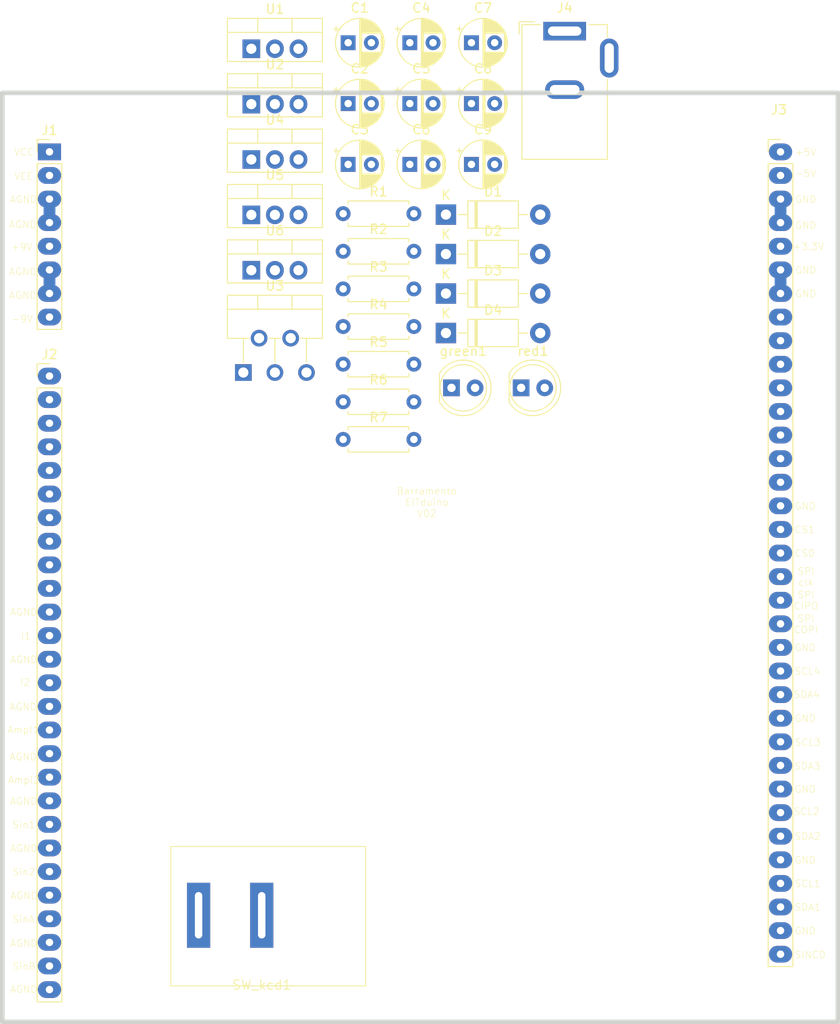
<source format=kicad_pcb>
(kicad_pcb (version 20221018) (generator pcbnew)
  (title_block (title "Barramento do EITduino") (date "2023-08-14") (rev "v02") (company "EITduino") (comment 1 "Autor: Gustavo Pinheiro") (comment 2 "Barramento proposto para uma placa 90x100 mm") (comment 3 "placa de face simples") (comment 4 "Pinos AGND e DGND"))
  (layers (0 "F.Cu" signal) (31 "B.Cu" signal) (34 "B.Paste" user) (35 "F.Paste" user) (36 "B.SilkS" user "B.Silkscreen") (37 "F.SilkS" user "F.Silkscreen") (38 "B.Mask" user) (39 "F.Mask" user) (44 "Edge.Cuts" user))
  (net 0 "")
  (net 1 "+9V")
  (net 2 "-9V")
  (net 3 "+5V")
  (net 4 "-5V")
  (net 5 "+3.3V")
  (net 12 "Earth")
  (net 14 "I1")
  (net 15 "I2")
  (net 16 "Ampl1")
  (net 17 "Ampl2")
  (net 18 "Sin1")
  (net 19 "Sin2")
  (net 20 "SinA")
  (net 21 "SinB")
  (net 23 "SPI_COPI")
  (net 24 "SPI_CIPO")
  (net 25 "SPI_clk")
  (net 26 "CS1")
  (net 27 "CS0")
  (net 28 "SCL3")
  (net 29 "SDA3")
  (net 30 "SCL2")
  (net 31 "SDA2")
  (net 32 "SCL1")
  (net 33 "SDA1")
  (net 34 "VCC")
  (net 35 "VEE")
  (net 46 "SINCD")
  (net 47 "GND")
  (net 48 "SCL4")
  (net 49 "SDA4")
  (net 50 "Net-(C5-Pad1)")
  (net 51 "Net-(green1-A)")
  (net 52 "Net-(J4-Pad1)")
  (net 53 "Net-(red1-A)")
  (net 54 "Net-(U3-+)")
  (net 55 "Net-(U3--)")
  (footprint "Diode_THT:D_DO-41_SOD81_P10.16mm_Horizontal" (layer "F.Cu") (at 149.38 63.9)
    (fp_text reference "D1" (at 5.08 -2.47) (layer "F.SilkS"))
    (fp_text value "1N5819")
    (fp_text user "K" (at 0 -2.1) (layer "F.SilkS"))
    (pad "1" thru_hole rect (at 0 0) (size 2.2 2.2) (drill 1.1) (layers "*.Cu" "*.Mask") (net 1 "+9V"))
    (pad "2" thru_hole oval (at 10.16 0) (size 2.2 2.2) (drill 1.1) (layers "*.Cu" "*.Mask") (net 12 "Earth"))
  )
  (footprint "Capacitor_THT:CP_Radial_D5.0mm_P2.50mm" (layer "F.Cu") (at 145.48955 51.95)
    (fp_text reference "C5" (at 1.25 -3.75) (layer "F.SilkS"))
    (fp_text value "2.2uF")
    (pad "1" thru_hole rect (at 0 0) (size 1.6 1.6) (drill 0.8) (layers "*.Cu" "*.Mask") (net 50 "Net-(C5-Pad1)"))
    (pad "2" thru_hole circle (at 2.5 0) (size 1.6 1.6) (drill 0.8) (layers "*.Cu" "*.Mask") (net 35 "VEE"))
  )
  (footprint "Resistor_THT:R_Axial_DIN0207_L6.3mm_D2.5mm_P7.62mm_Horizontal" (layer "F.Cu") (at 138.31 88.1)
    (fp_text reference "R7" (at 3.81 -2.37) (layer "F.SilkS"))
    (fp_text value "1")
    (pad "1" thru_hole circle (at 0 0) (size 1.6 1.6) (drill 0.8) (layers "*.Cu" "*.Mask") (net 12 "Earth"))
    (pad "2" thru_hole oval (at 7.62 0) (size 1.6 1.6) (drill 0.8) (layers "*.Cu" "*.Mask") (net 50 "Net-(C5-Pad1)"))
  )
  (footprint "Package_TO_SOT_THT:TO-220-3_Vertical" (layer "F.Cu") (at 128.42 52.01)
    (fp_text reference "U2" (at 2.54 -4.27) (layer "F.SilkS"))
    (fp_text value "LM7909_TO220")
    (pad "1" thru_hole rect (at 0 0) (size 1.905 2) (drill 1.1) (layers "*.Cu" "*.Mask") (net 12 "Earth"))
    (pad "2" thru_hole oval (at 2.54 0) (size 1.905 2) (drill 1.1) (layers "*.Cu" "*.Mask") (net 35 "VEE"))
    (pad "3" thru_hole oval (at 5.08 0) (size 1.905 2) (drill 1.1) (layers "*.Cu" "*.Mask") (net 2 "-9V"))
  )
  (footprint "Resistor_THT:R_Axial_DIN0207_L6.3mm_D2.5mm_P7.62mm_Horizontal" (layer "F.Cu") (at 138.31 80)
    (fp_text reference "R5" (at 3.81 -2.37) (layer "F.SilkS"))
    (fp_text value "1k")
    (pad "1" thru_hole circle (at 0 0) (size 1.6 1.6) (drill 0.8) (layers "*.Cu" "*.Mask") (net 54 "Net-(U3-+)"))
    (pad "2" thru_hole oval (at 7.62 0) (size 1.6 1.6) (drill 0.8) (layers "*.Cu" "*.Mask") (net 55 "Net-(U3--)"))
  )
  (footprint "Capacitor_THT:CP_Radial_D5.0mm_P2.50mm" (layer "F.Cu") (at 145.48955 45.4)
    (fp_text reference "C4" (at 1.25 -3.75) (layer "F.SilkS"))
    (fp_text value "1uF")
    (pad "1" thru_hole rect (at 0 0) (size 1.6 1.6) (drill 0.8) (layers "*.Cu" "*.Mask") (net 12 "Earth"))
    (pad "2" thru_hole circle (at 2.5 0) (size 1.6 1.6) (drill 0.8) (layers "*.Cu" "*.Mask") (net 2 "-9V"))
  )
  (footprint "Capacitor_THT:CP_Radial_D5.0mm_P2.50mm" (layer "F.Cu") (at 152.129325 51.95)
    (fp_text reference "C8" (at 1.25 -3.75) (layer "F.SilkS"))
    (fp_text value "100uF")
    (pad "1" thru_hole rect (at 0 0) (size 1.6 1.6) (drill 0.8) (layers "*.Cu" "*.Mask") (net 34 "VCC"))
    (pad "2" thru_hole circle (at 2.5 0) (size 1.6 1.6) (drill 0.8) (layers "*.Cu" "*.Mask") (net 12 "Earth"))
  )
  (footprint "Capacitor_THT:CP_Radial_D5.0mm_P2.50mm" (layer "F.Cu") (at 138.849775 45.4)
    (fp_text reference "C1" (at 1.25 -3.75) (layer "F.SilkS"))
    (fp_text value "3.3uF")
    (pad "1" thru_hole rect (at 0 0) (size 1.6 1.6) (drill 0.8) (layers "*.Cu" "*.Mask") (net 34 "VCC"))
    (pad "2" thru_hole circle (at 2.5 0) (size 1.6 1.6) (drill 0.8) (layers "*.Cu" "*.Mask") (net 12 "Earth"))
  )
  (footprint "Resistor_THT:R_Axial_DIN0207_L6.3mm_D2.5mm_P7.62mm_Horizontal" (layer "F.Cu") (at 138.31 71.9)
    (fp_text reference "R3" (at 3.81 -2.37) (layer "F.SilkS"))
    (fp_text value "22k")
    (pad "1" thru_hole circle (at 0 0) (size 1.6 1.6) (drill 0.8) (layers "*.Cu" "*.Mask") (net 34 "VCC"))
    (pad "2" thru_hole oval (at 7.62 0) (size 1.6 1.6) (drill 0.8) (layers "*.Cu" "*.Mask") (net 54 "Net-(U3-+)"))
  )
  (footprint "Package_TO_SOT_THT:TO-220-5_P3.4x3.7mm_StaggerOdd_Lead3.8mm_Vertical" (layer "F.Cu") (at 127.56 80.9)
    (fp_text reference "U3" (at 3.4 -9.32) (layer "F.SilkS"))
    (fp_text value "LM675")
    (pad "1" thru_hole rect (at 0 0) (size 1.8 1.8) (drill 1.1) (layers "*.Cu" "*.Mask") (net 54 "Net-(U3-+)"))
    (pad "2" thru_hole oval (at 1.7 -3.7) (size 1.8 1.8) (drill 1.1) (layers "*.Cu" "*.Mask") (net 55 "Net-(U3--)"))
    (pad "3" thru_hole oval (at 3.4 0) (size 1.8 1.8) (drill 1.1) (layers "*.Cu" "*.Mask") (net 35 "VEE"))
    (pad "4" thru_hole oval (at 5.1 -3.7) (size 1.8 1.8) (drill 1.1) (layers "*.Cu" "*.Mask") (net 12 "Earth"))
    (pad "5" thru_hole oval (at 6.8 0) (size 1.8 1.8) (drill 1.1) (layers "*.Cu" "*.Mask") (net 34 "VCC"))
  )
  (footprint "Resistor_THT:R_Axial_DIN0207_L6.3mm_D2.5mm_P7.62mm_Horizontal" (layer "F.Cu") (at 138.31 75.95)
    (fp_text reference "R4" (at 3.81 -2.37) (layer "F.SilkS"))
    (fp_text value "22k")
    (pad "1" thru_hole circle (at 0 0) (size 1.6 1.6) (drill 0.8) (layers "*.Cu" "*.Mask") (net 54 "Net-(U3-+)"))
    (pad "2" thru_hole oval (at 7.62 0) (size 1.6 1.6) (drill 0.8) (layers "*.Cu" "*.Mask") (net 35 "VEE"))
  )
  (footprint "Chave_Gangorra:chave gangorra 2 pinos" (layer "F.Cu") (at 129.54 147.32)
    (fp_text reference "SW_kcd1" (at 0 -0.5 unlocked) (layer "F.SilkS") (effects (font (thickness 0.1))))
    (fp_text value "chave_gangorra_2_pinos")
    (pad "1" thru_hole rect (at 0 -8) (size 2.5 7) (drill oval 0.8 5) (layers "*.Cu" "*.Mask") (net 52 "Net-(J4-Pad1)"))
    (pad "2" thru_hole rect (at -6.8 -8) (size 2.5 7) (drill oval 0.8 5) (layers "*.Cu" "*.Mask") (net 34 "VCC"))
  )
  (footprint "LED_THT:LED_D5.0mm" (layer "F.Cu") (at 149.98 82.55)
    (fp_text reference "green1" (at 1.27 -3.96) (layer "F.SilkS"))
    (fp_text value "LED")
    (pad "1" thru_hole rect (at 0 0) (size 1.8 1.8) (drill 0.9) (layers "*.Cu" "*.Mask") (net 12 "Earth"))
    (pad "2" thru_hole circle (at 2.54 0) (size 1.8 1.8) (drill 0.9) (layers "*.Cu" "*.Mask") (net 51 "Net-(green1-A)"))
  )
  (footprint "Connector_PinHeader_2.54mm:PinHeader_1x35_P2.54mm_Vertical" (layer "F.Cu") (at 185.42 57.15)
    (fp_text reference "J3" (at -0.165 -4.535) (layer "F.SilkS"))
    (fp_text value "comunicacao / sinais digitais" hide)
    (pad "1" thru_hole oval (at 0 0) (size 2.5 1.8) (drill 0.8) (layers "*.Cu" "*.Mask") (net 3 "+5V"))
    (pad "2" thru_hole oval (at 0 2.54) (size 2.5 1.8) (drill 0.8) (layers "*.Cu" "*.Mask") (net 4 "-5V"))
    (pad "3" thru_hole oval (at 0 5.08) (size 2.5 1.8) (drill 0.8) (layers "*.Cu" "*.Mask") (net 47 "GND"))
    (pad "4" thru_hole oval (at 0 7.62) (size 2.5 1.8) (drill 0.8) (layers "*.Cu" "*.Mask") (net 47 "GND"))
    (pad "5" thru_hole oval (at 0 10.16) (size 2.5 1.8) (drill 0.8) (layers "*.Cu" "*.Mask") (net 5 "+3.3V"))
    (pad "6" thru_hole oval (at 0 12.7) (size 2.5 1.8) (drill 0.8) (layers "*.Cu" "*.Mask") (net 47 "GND"))
    (pad "7" thru_hole oval (at 0 15.24) (size 2.5 1.8) (drill 0.8) (layers "*.Cu" "*.Mask") (net 47 "GND"))
    (pad "8" thru_hole oval (at 0 17.78) (size 2.5 1.8) (drill 0.8) (layers "*.Cu" "*.Mask"))
    (pad "9" thru_hole oval (at 0 20.32) (size 2.5 1.8) (drill 0.8) (layers "*.Cu" "*.Mask"))
    (pad "10" thru_hole oval (at 0 22.86) (size 2.5 1.8) (drill 0.8) (layers "*.Cu" "*.Mask"))
    (pad "11" thru_hole oval (at 0 25.4) (size 2.5 1.8) (drill 0.8) (layers "*.Cu" "*.Mask"))
    (pad "12" thru_hole oval (at 0 27.94) (size 2.5 1.8) (drill 0.8) (layers "*.Cu" "*.Mask"))
    (pad "13" thru_hole oval (at 0 30.48) (size 2.5 1.8) (drill 0.8) (layers "*.Cu" "*.Mask"))
    (pad "14" thru_hole oval (at 0 33.02) (size 2.5 1.8) (drill 0.8) (layers "*.Cu" "*.Mask"))
    (pad "15" thru_hole oval (at 0 35.56) (size 2.5 1.8) (drill 0.8) (layers "*.Cu" "*.Mask"))
    (pad "16" thru_hole oval (at 0 38.1) (size 2.5 1.8) (drill 0.8) (layers "*.Cu" "*.Mask") (net 47 "GND"))
    (pad "17" thru_hole oval (at 0 40.64) (size 2.5 1.8) (drill 0.8) (layers "*.Cu" "*.Mask") (net 26 "CS1"))
    (pad "18" thru_hole oval (at 0 43.18) (size 2.5 1.8) (drill 0.8) (layers "*.Cu" "*.Mask") (net 27 "CS0"))
    (pad "19" thru_hole oval (at 0 45.72) (size 2.5 1.8) (drill 0.8) (layers "*.Cu" "*.Mask") (net 25 "SPI_clk"))
    (pad "20" thru_hole oval (at 0 48.26) (size 2.5 1.8) (drill 0.8) (layers "*.Cu" "*.Mask") (net 24 "SPI_CIPO"))
    (pad "21" thru_hole oval (at 0 50.8) (size 2.5 1.8) (drill 0.8) (layers "*.Cu" "*.Mask") (net 23 "SPI_COPI"))
    (pad "22" thru_hole oval (at 0 53.34) (size 2.5 1.8) (drill 0.8) (layers "*.Cu" "*.Mask") (net 47 "GND"))
    (pad "23" thru_hole oval (at 0 55.88) (size 2.5 1.8) (drill 0.8) (layers "*.Cu" "*.Mask") (net 48 "SCL4"))
    (pad "24" thru_hole oval (at 0 58.42) (size 2.5 1.8) (drill 0.8) (layers "*.Cu" "*.Mask") (net 49 "SDA4"))
    (pad "25" thru_hole oval (at 0 60.96) (size 2.5 1.8) (drill 0.8) (layers "*.Cu" "*.Mask") (net 47 "GND"))
    (pad "26" thru_hole oval (at 0 63.5) (size 2.5 1.8) (drill 0.8) (layers "*.Cu" "*.Mask") (net 28 "SCL3"))
    (pad "27" thru_hole oval (at 0 66.04) (size 2.5 1.8) (drill 0.8) (layers "*.Cu" "*.Mask") (net 29 "SDA3"))
    (pad "28" thru_hole oval (at 0 68.58) (size 2.5 1.8) (drill 0.8) (layers "*.Cu" "*.Mask") (net 47 "GND"))
    (pad "29" thru_hole oval (at 0 71.12) (size 2.5 1.8) (drill 0.8) (layers "*.Cu" "*.Mask") (net 30 "SCL2"))
    (pad "30" thru_hole oval (at 0 73.66) (size 2.5 1.8) (drill 0.8) (layers "*.Cu" "*.Mask") (net 31 "SDA2"))
    (pad "31" thru_hole oval (at 0 76.2) (size 2.5 1.8) (drill 0.8) (layers "*.Cu" "*.Mask") (net 47 "GND"))
    (pad "32" thru_hole oval (at 0 78.74) (size 2.5 1.8) (drill 0.8) (layers "*.Cu" "*.Mask") (net 32 "SCL1"))
    (pad "33" thru_hole oval (at 0 81.28) (size 2.5 1.8) (drill 0.8) (layers "*.Cu" "*.Mask") (net 33 "SDA1"))
    (pad "34" thru_hole oval (at 0 83.82) (size 2.5 1.8) (drill 0.8) (layers "*.Cu" "*.Mask") (net 47 "GND"))
    (pad "35" thru_hole oval (at 0 86.36) (size 2.5 1.8) (drill 0.8) (layers "*.Cu" "*.Mask") (net 46 "SINCD"))
  )
  (footprint "Capacitor_THT:CP_Radial_D5.0mm_P2.50mm" (layer "F.Cu") (at 152.129325 58.5)
    (fp_text reference "C9" (at 1.25 -3.75) (layer "F.SilkS"))
    (fp_text value "100uF")
    (pad "1" thru_hole rect (at 0 0) (size 1.6 1.6) (drill 0.8) (layers "*.Cu" "*.Mask") (net 5 "+3.3V"))
    (pad "2" thru_hole circle (at 2.5 0) (size 1.6 1.6) (drill 0.8) (layers "*.Cu" "*.Mask") (net 12 "Earth"))
  )
  (footprint "Package_TO_SOT_THT:TO-220-3_Vertical" (layer "F.Cu") (at 128.42 63.93)
    (fp_text reference "U5" (at 2.54 -4.27) (layer "F.SilkS"))
    (fp_text value "L7905")
    (pad "1" thru_hole rect (at 0 0) (size 1.905 2) (drill 1.1) (layers "*.Cu" "*.Mask") (net 12 "Earth"))
    (pad "2" thru_hole oval (at 2.54 0) (size 1.905 2) (drill 1.1) (layers "*.Cu" "*.Mask") (net 35 "VEE"))
    (pad "3" thru_hole oval (at 5.08 0) (size 1.905 2) (drill 1.1) (layers "*.Cu" "*.Mask") (net 4 "-5V"))
  )
  (footprint "LED_THT:LED_D5.0mm" (layer "F.Cu") (at 157.48 82.55)
    (fp_text reference "red1" (at 1.27 -3.96) (layer "F.SilkS"))
    (fp_text value "LED")
    (pad "1" thru_hole rect (at 0 0) (size 1.8 1.8) (drill 0.9) (layers "*.Cu" "*.Mask") (net 35 "VEE"))
    (pad "2" thru_hole circle (at 2.54 0) (size 1.8 1.8) (drill 0.9) (layers "*.Cu" "*.Mask") (net 53 "Net-(red1-A)"))
  )
  (footprint "Capacitor_THT:CP_Radial_D5.0mm_P2.50mm" (layer "F.Cu") (at 138.849775 51.95)
    (fp_text reference "C2" (at 1.25 -3.75) (layer "F.SilkS"))
    (fp_text value "22uF")
    (pad "1" thru_hole rect (at 0 0) (size 1.6 1.6) (drill 0.8) (layers "*.Cu" "*.Mask") (net 12 "Earth"))
    (pad "2" thru_hole circle (at 2.5 0) (size 1.6 1.6) (drill 0.8) (layers "*.Cu" "*.Mask") (net 35 "VEE"))
  )
  (footprint "Connector_PinHeader_2.54mm:PinHeader_1x08_P2.54mm_Vertical" (layer "F.Cu") (at 106.68 57.15)
    (fp_text reference "J1" (at 0 -2.33) (layer "F.SilkS"))
    (fp_text value "alimentacao analogica" hide)
    (pad "1" thru_hole rect (at 0 0) (size 2.5 1.8) (drill 0.8) (layers "*.Cu" "*.Mask") (net 34 "VCC"))
    (pad "2" thru_hole oval (at 0 2.54) (size 2.5 1.8) (drill 0.8) (layers "*.Cu" "*.Mask") (net 35 "VEE"))
    (pad "3" thru_hole oval (at 0 5.08) (size 2.5 1.8) (drill 0.8) (layers "*.Cu" "*.Mask") (net 12 "Earth"))
    (pad "4" thru_hole oval (at 0 7.62) (size 2.5 1.8) (drill 0.8) (layers "*.Cu" "*.Mask") (net 12 "Earth"))
    (pad "5" thru_hole oval (at 0 10.16) (size 2.5 1.8) (drill 0.8) (layers "*.Cu" "*.Mask") (net 1 "+9V"))
    (pad "6" thru_hole oval (at 0 12.7) (size 2.5 1.8) (drill 0.8) (layers "*.Cu" "*.Mask") (net 12 "Earth"))
    (pad "7" thru_hole oval (at 0 15.24) (size 2.5 1.8) (drill 0.8) (layers "*.Cu" "*.Mask") (net 12 "Earth"))
    (pad "8" thru_hole oval (at 0 17.78) (size 2.5 1.8) (drill 0.8) (layers "*.Cu" "*.Mask") (net 2 "-9V"))
  )
  (footprint "Connector_PinHeader_2.54mm:PinHeader_1x27_P2.54mm_Vertical" (layer "F.Cu") (at 106.68 81.28)
    (fp_text reference "J2" (at 0 -2.33) (layer "F.SilkS"))
    (fp_text value "sinais analogicos" hide)
    (pad "1" thru_hole oval (at 0 0) (size 2.5 1.8) (drill 0.8) (layers "*.Cu" "*.Mask"))
    (pad "2" thru_hole oval (at 0 2.54) (size 2.5 1.8) (drill 0.8) (layers "*.Cu" "*.Mask"))
    (pad "3" thru_hole oval (at 0 5.08) (size 2.5 1.8) (drill 0.8) (layers "*.Cu" "*.Mask"))
    (pad "4" thru_hole oval (at 0 7.62) (size 2.5 1.8) (drill 0.8) (layers "*.Cu" "*.Mask"))
    (pad "5" thru_hole oval (at 0 10.16) (size 2.5 1.8) (drill 0.8) (layers "*.Cu" "*.Mask"))
    (pad "6" thru_hole oval (at 0 12.7) (size 2.5 1.8) (drill 0.8) (layers "*.Cu" "*.Mask"))
    (pad "7" thru_hole oval (at 0 15.24) (size 2.5 1.8) (drill 0.8) (layers "*.Cu" "*.Mask"))
    (pad "8" thru_hole oval (at 0 17.78) (size 2.5 1.8) (drill 0.8) (layers "*.Cu" "*.Mask"))
    (pad "9" thru_hole oval (at 0 20.32) (size 2.5 1.8) (drill 0.8) (layers "*.Cu" "*.Mask"))
    (pad "10" thru_hole oval (at 0 22.86) (size 2.5 1.8) (drill 0.8) (layers "*.Cu" "*.Mask"))
    (pad "11" thru_hole oval (at 0 25.4) (size 2.5 1.8) (drill 0.8) (layers "*.Cu" "*.Mask") (net 12 "Earth"))
    (pad "12" thru_hole oval (at 0 27.94) (size 2.5 1.8) (drill 0.8) (layers "*.Cu" "*.Mask") (net 14 "I1"))
    (pad "13" thru_hole oval (at 0 30.48) (size 2.5 1.8) (drill 0.8) (layers "*.Cu" "*.Mask") (net 12 "Earth"))
    (pad "14" thru_hole oval (at 0 33.02) (size 2.5 1.8) (drill 0.8) (layers "*.Cu" "*.Mask") (net 15 "I2"))
    (pad "15" thru_hole oval (at 0 35.56) (size 2.5 1.8) (drill 0.8) (layers "*.Cu" "*.Mask") (net 12 "Earth"))
    (pad "16" thru_hole oval (at 0 38.1) (size 2.5 1.8) (drill 0.8) (layers "*.Cu" "*.Mask") (net 16 "Ampl1"))
    (pad "17" thru_hole oval (at 0 40.64) (size 2.5 1.8) (drill 0.8) (layers "*.Cu" "*.Mask") (net 12 "Earth"))
    (pad "18" thru_hole oval (at 0 43.18) (size 2.5 1.8) (drill 0.8) (layers "*.Cu" "*.Mask") (net 17 "Ampl2"))
    (pad "19" thru_hole oval (at 0 45.72) (size 2.5 1.8) (drill 0.8) (layers "*.Cu" "*.Mask") (net 12 "Earth"))
    (pad "20" thru_hole oval (at 0 48.26) (size 2.5 1.8) (drill 0.8) (layers "*.Cu" "*.Mask") (net 18 "Sin1"))
    (pad "21" thru_hole oval (at 0 50.8) (size 2.5 1.8) (drill 0.8) (layers "*.Cu" "*.Mask") (net 12 "Earth"))
    (pad "22" thru_hole oval (at 0 53.34) (size 2.5 1.8) (drill 0.8) (layers "*.Cu" "*.Mask") (net 19 "Sin2"))
    (pad "23" thru_hole oval (at 0 55.88) (size 2.5 1.8) (drill 0.8) (layers "*.Cu" "*.Mask") (net 12 "Earth"))
    (pad "24" thru_hole oval (at 0 58.42) (size 2.5 1.8) (drill 0.8) (layers "*.Cu" "*.Mask") (net 20 "SinA"))
    (pad "25" thru_hole oval (at 0 60.96) (size 2.5 1.8) (drill 0.8) (layers "*.Cu" "*.Mask") (net 12 "Earth"))
    (pad "26" thru_hole oval (at 0 63.5) (size 2.5 1.8) (drill 0.8) (layers "*.Cu" "*.Mask") (net 21 "SinB"))
    (pad "27" thru_hole oval (at 0 66.04) (size 2.5 1.8) (drill 0.8) (layers "*.Cu" "*.Mask") (net 12 "Earth"))
  )
  (footprint "Diode_THT:D_DO-41_SOD81_P10.16mm_Horizontal" (layer "F.Cu") (at 149.38 76.65)
    (fp_text reference "D4" (at 5.08 -2.47) (layer "F.SilkS"))
    (fp_text value "1N5819")
    (fp_text user "K" (at 0 -2.1) (layer "F.SilkS"))
    (pad "1" thru_hole rect (at 0 0) (size 2.2 2.2) (drill 1.1) (layers "*.Cu" "*.Mask") (net 12 "Earth"))
    (pad "2" thru_hole oval (at 10.16 0) (size 2.2 2.2) (drill 1.1) (layers "*.Cu" "*.Mask") (net 4 "-5V"))
  )
  (footprint "Diode_THT:D_DO-41_SOD81_P10.16mm_Horizontal" (layer "F.Cu") (at 149.38 72.4)
    (fp_text reference "D3" (at 5.08 -2.47) (layer "F.SilkS"))
    (fp_text value "1N5819")
    (fp_text user "K" (at 0 -2.1) (layer "F.SilkS"))
    (pad "1" thru_hole rect (at 0 0) (size 2.2 2.2) (drill 1.1) (layers "*.Cu" "*.Mask") (net 3 "+5V"))
    (pad "2" thru_hole oval (at 10.16 0) (size 2.2 2.2) (drill 1.1) (layers "*.Cu" "*.Mask") (net 12 "Earth"))
  )
  (footprint "Package_TO_SOT_THT:TO-220-3_Vertical" (layer "F.Cu") (at 128.42 69.89)
    (fp_text reference "U6" (at 2.54 -4.27) (layer "F.SilkS"))
    (fp_text value "LM1117T-3.3")
    (pad "1" thru_hole rect (at 0 0) (size 1.905 2) (drill 1.1) (layers "*.Cu" "*.Mask") (net 12 "Earth"))
    (pad "2" thru_hole oval (at 2.54 0) (size 1.905 2) (drill 1.1) (layers "*.Cu" "*.Mask") (net 5 "+3.3V"))
    (pad "3" thru_hole oval (at 5.08 0) (size 1.905 2) (drill 1.1) (layers "*.Cu" "*.Mask") (net 34 "VCC"))
  )
  (footprint "Capacitor_THT:CP_Radial_D5.0mm_P2.50mm" (layer "F.Cu") (at 138.849775 58.5)
    (fp_text reference "C3" (at 1.25 -3.75) (layer "F.SilkS"))
    (fp_text value "1uF")
    (pad "1" thru_hole rect (at 0 0) (size 1.6 1.6) (drill 0.8) (layers "*.Cu" "*.Mask") (net 1 "+9V"))
    (pad "2" thru_hole circle (at 2.5 0) (size 1.6 1.6) (drill 0.8) (layers "*.Cu" "*.Mask") (net 12 "Earth"))
  )
  (footprint "Resistor_THT:R_Axial_DIN0207_L6.3mm_D2.5mm_P7.62mm_Horizontal" (layer "F.Cu") (at 138.31 67.85)
    (fp_text reference "R2" (at 3.81 -2.37) (layer "F.SilkS"))
    (fp_text value "510")
    (pad "1" thru_hole circle (at 0 0) (size 1.6 1.6) (drill 0.8) (layers "*.Cu" "*.Mask") (net 34 "VCC"))
    (pad "2" thru_hole oval (at 7.62 0) (size 1.6 1.6) (drill 0.8) (layers "*.Cu" "*.Mask") (net 51 "Net-(green1-A)"))
  )
  (footprint "Resistor_THT:R_Axial_DIN0207_L6.3mm_D2.5mm_P7.62mm_Horizontal" (layer "F.Cu") (at 138.31 84.05)
    (fp_text reference "R6" (at 3.81 -2.37) (layer "F.SilkS"))
    (fp_text value "15k")
    (pad "1" thru_hole circle (at 0 0) (size 1.6 1.6) (drill 0.8) (layers "*.Cu" "*.Mask") (net 55 "Net-(U3--)"))
    (pad "2" thru_hole oval (at 7.62 0) (size 1.6 1.6) (drill 0.8) (layers "*.Cu" "*.Mask") (net 12 "Earth"))
  )
  (footprint "Diode_THT:D_DO-41_SOD81_P10.16mm_Horizontal" (layer "F.Cu") (at 149.38 68.15)
    (fp_text reference "D2" (at 5.08 -2.47) (layer "F.SilkS"))
    (fp_text value "1N5819")
    (fp_text user "K" (at 0 -2.1) (layer "F.SilkS"))
    (pad "1" thru_hole rect (at 0 0) (size 2.2 2.2) (drill 1.1) (layers "*.Cu" "*.Mask") (net 12 "Earth"))
    (pad "2" thru_hole oval (at 10.16 0) (size 2.2 2.2) (drill 1.1) (layers "*.Cu" "*.Mask") (net 2 "-9V"))
  )
  (footprint "Package_TO_SOT_THT:TO-220-3_Vertical" (layer "F.Cu") (at 128.42 46.05)
    (fp_text reference "U1" (at 2.54 -4.27) (layer "F.SilkS"))
    (fp_text value "L7809")
    (pad "1" thru_hole rect (at 0 0) (size 1.905 2) (drill 1.1) (layers "*.Cu" "*.Mask") (net 34 "VCC"))
    (pad "2" thru_hole oval (at 2.54 0) (size 1.905 2) (drill 1.1) (layers "*.Cu" "*.Mask") (net 12 "Earth"))
    (pad "3" thru_hole oval (at 5.08 0) (size 1.905 2) (drill 1.1) (layers "*.Cu" "*.Mask") (net 1 "+9V"))
  )
  (footprint "Capacitor_THT:CP_Radial_D5.0mm_P2.50mm" (layer "F.Cu") (at 145.48955 58.5)
    (fp_text reference "C6" (at 1.25 -3.75) (layer "F.SilkS"))
    (fp_text value "1uF")
    (pad "1" thru_hole rect (at 0 0) (size 1.6 1.6) (drill 0.8) (layers "*.Cu" "*.Mask") (net 3 "+5V"))
    (pad "2" thru_hole circle (at 2.5 0) (size 1.6 1.6) (drill 0.8) (layers "*.Cu" "*.Mask") (net 12 "Earth"))
  )
  (footprint "Capacitor_THT:CP_Radial_D5.0mm_P2.50mm" (layer "F.Cu") (at 152.129325 45.4)
    (fp_text reference "C7" (at 1.25 -3.75) (layer "F.SilkS"))
    (fp_text value "1uF")
    (pad "1" thru_hole rect (at 0 0) (size 1.6 1.6) (drill 0.8) (layers "*.Cu" "*.Mask") (net 12 "Earth"))
    (pad "2" thru_hole circle (at 2.5 0) (size 1.6 1.6) (drill 0.8) (layers "*.Cu" "*.Mask") (net 4 "-5V"))
  )
  (footprint "Package_TO_SOT_THT:TO-220-3_Vertical" (layer "F.Cu") (at 128.42 57.97)
    (fp_text reference "U4" (at 2.54 -4.27) (layer "F.SilkS"))
    (fp_text value "L7805")
    (pad "1" thru_hole rect (at 0 0) (size 1.905 2) (drill 1.1) (layers "*.Cu" "*.Mask") (net 34 "VCC"))
    (pad "2" thru_hole oval (at 2.54 0) (size 1.905 2) (drill 1.1) (layers "*.Cu" "*.Mask") (net 12 "Earth"))
    (pad "3" thru_hole oval (at 5.08 0) (size 1.905 2) (drill 1.1) (layers "*.Cu" "*.Mask") (net 3 "+5V"))
  )
  (footprint "Connector_BarrelJack:BarrelJack_GCT_DCJ200-10-A_Horizontal" (layer "F.Cu") (at 162.17 44.15)
    (fp_text reference "J4" (at 0 -2.5) (layer "F.SilkS"))
    (fp_text value "Barrel_Jack")
    (pad "1" thru_hole rect (at 0 0) (size 4.6 2) (drill oval 3.6 1) (layers "*.Cu" "*.Mask") (net 52 "Net-(J4-Pad1)"))
    (pad "2" thru_hole oval (at 0 6.3) (size 4.2 2) (drill oval 3.2 1) (layers "*.Cu" "*.Mask") (net 35 "VEE"))
    (pad "3" thru_hole oval (at 4.8 2.9) (size 2 4.2) (drill oval 1 3.2) (layers "*.Cu" "*.Mask"))
  )
  (footprint "Resistor_THT:R_Axial_DIN0207_L6.3mm_D2.5mm_P7.62mm_Horizontal" (layer "F.Cu") (at 138.31 63.8)
    (fp_text reference "R1" (at 3.81 -2.37) (layer "F.SilkS"))
    (fp_text value "1k2")
    (pad "1" thru_hole circle (at 0 0) (size 1.6 1.6) (drill 0.8) (layers "*.Cu" "*.Mask") (net 34 "VCC"))
    (pad "2" thru_hole oval (at 7.62 0) (size 1.6 1.6) (drill 0.8) (layers "*.Cu" "*.Mask") (net 53 "Net-(red1-A)"))
  )
  (gr_line (start 191.6 50.8) (end 101.6 50.8) (stroke (width 0.5)) (layer "Edge.Cuts"))
  (gr_line (start 191.6 150.8) (end 191.6 50.8) (stroke (width 0.5)) (layer "Edge.Cuts"))
  (gr_line (start 191.59982 150.7998) (end 101.6 150.7998) (stroke (width 0.5)) (layer "Edge.Cuts"))
  (gr_line (start 101.6 50.8) (end 101.6 150.7998) (stroke (width 0.5)) (layer "Edge.Cuts"))
  (gr_text "SDA1" (at 186.8967 138.452966) (layer "F.SilkS") (effects (font (size 0.75 0.75) (thickness 0.05) bold) (justify left)))
  (gr_text "AGND" (at 102.314418 64.968158) (layer "F.SilkS") (effects (font (size 0.75 0.75) (thickness 0.05) bold) (justify left)))
  (gr_text "SinA" (at 102.652955 139.742119) (layer "F.SilkS") (effects (font (size 0.75 0.75) (thickness 0.05) bold) (justify left)))
  (gr_text "SPI\nCIPO\n" (at 188.1667 105.432966) (layer "F.SilkS") (effects (font (size 0.75 0.75) (thickness 0.05) bold)))
  (gr_text "GND" (at 186.8967 118.132966) (layer "F.SilkS") (effects (font (size 0.75 0.75) (thickness 0.05) bold) (justify left)))
  (gr_text "CS1" (at 186.8967 97.812966) (layer "F.SilkS") (effects (font (size 0.75 0.75) (thickness 0.05) bold) (justify left)))
  (gr_text "GND" (at 186.955818 72.866258) (layer "F.SilkS") (effects (font (size 0.75 0.75) (thickness 0.05) bold) (justify left bottom)))
  (gr_text "-9V" (at 102.568418 75.128158) (layer "F.SilkS") (effects (font (size 0.75 0.75) (thickness 0.05) bold) (justify left)))
  (gr_text "AGND" (at 102.441415 137.208672) (layer "F.SilkS") (effects (font (size 0.75 0.75) (thickness 0.05) bold) (justify left)))
  (gr_text "AGND" (at 102.415048 112.238762) (layer "F.SilkS") (effects (font (size 0.75 0.75) (thickness 0.05) bold) (justify left bottom)))
  (gr_text "GND" (at 186.8967 125.752966) (layer "F.SilkS") (effects (font (size 0.75 0.75) (thickness 0.05) bold) (justify left)))
  (gr_text "+3.3V" (at 186.701818 67.786258) (layer "F.SilkS") (effects (font (size 0.75 0.75) (thickness 0.05) bold) (justify left bottom)))
  (gr_text "GND" (at 186.955818 65.500258) (layer "F.SilkS") (effects (font (size 0.75 0.75) (thickness 0.05) bold) (justify left bottom)))
  (gr_text "AGND" (at 102.314418 72.588158) (layer "F.SilkS") (effects (font (size 0.75 0.75) (thickness 0.05) bold) (justify left)))
  (gr_text "GND" (at 186.8967 110.512966) (layer "F.SilkS") (effects (font (size 0.75 0.75) (thickness 0.05) bold) (justify left)))
  (gr_text "AGND" (at 102.408342 147.725608) (layer "F.SilkS") (effects (font (size 0.75 0.75) (thickness 0.05) bold) (justify left bottom)))
  (gr_text "Sin1" (at 102.652955 129.582119) (layer "F.SilkS") (effects (font (size 0.75 0.75) (thickness 0.05) bold) (justify left)))
  (gr_text "AGND" (at 102.414926 132.122118) (layer "F.SilkS") (effects (font (size 0.75 0.75) (thickness 0.05) bold) (justify left)))
  (gr_text "+5V\n" (at 186.955818 57.626258) (layer "F.SilkS") (effects (font (size 0.75 0.75) (thickness 0.05) bold) (justify left bottom)))
  (gr_text "SCL2" (at 186.7967 128.152966) (layer "F.SilkS") (effects (font (size 0.75 0.75) (thickness 0.05) bold) (justify left)))
  (gr_text "-5V" (at 186.955818 59.912258) (layer "F.SilkS") (effects (font (size 0.75 0.75) (thickness 0.05) bold) (justify left bottom)))
  (gr_text "AGND" (at 102.373918 62.266501) (layer "F.SilkS") (effects (font (size 0.75 0.75) (thickness 0.05) bold) (justify left)))
  (gr_text "SDA3" (at 186.859509 123.716321) (layer "F.SilkS") (effects (font (size 0.75 0.75) (thickness 0.05) bold) (justify left bottom)))
  (gr_text "SDA4\n" (at 186.7967 115.552966) (layer "F.SilkS") (effects (font (size 0.75 0.75) (thickness 0.05) bold) (justify left)))
  (gr_text "Ampl2" (at 102.190097 124.753588) (layer "F.SilkS") (effects (font (size 0.75 0.75) (thickness 0.05) bold) (justify left)))
  (gr_text "GND" (at 186.955818 62.706258) (layer "F.SilkS") (effects (font (size 0.75 0.75) (thickness 0.05) bold) (justify left bottom)))
  (gr_text "SINCD" (at 186.89297 143.574095) (layer "F.SilkS") (effects (font (size 0.75 0.75) (thickness 0.05) bold) (justify left)))
  (gr_text "AGND" (at 102.314418 70.048158) (layer "F.SilkS") (effects (font (size 0.75 0.75) (thickness 0.05) bold) (justify left)))
  (gr_text "CS0" (at 186.8967 100.352966) (layer "F.SilkS") (effects (font (size 0.75 0.75) (thickness 0.05) bold) (justify left)))
  (gr_text "VCC" (at 102.822418 57.602158) (layer "F.SilkS") (effects (font (size 0.75 0.75) (thickness 0.05) bold) (justify left bottom)))
  (gr_text "VEE\n" (at 102.855208 59.778606) (layer "F.SilkS") (effects (font (size 0.75 0.75) (thickness 0.05) bold) (justify left)))
  (gr_text "I2\n" (at 103.481993 114.67284) (layer "F.SilkS") (effects (font (size 0.75 0.75) (thickness 0.05) bold) (justify left bottom)))
  (gr_text "SCL4\n" (at 186.8967 113.052966) (layer "F.SilkS") (effects (font (size 0.75 0.75) (thickness 0.05) bold) (justify left)))
  (gr_text "GND" (at 186.955818 70.326258) (layer "F.SilkS") (effects (font (size 0.75 0.75) (thickness 0.05) bold) (justify left bottom)))
  (gr_text "SinB" (at 102.652955 144.822119) (layer "F.SilkS") (effects (font (size 0.75 0.75) (thickness 0.05) bold) (justify left)))
  (gr_text "AGND" (at 102.401941 127.042119) (layer "F.SilkS") (effects (font (size 0.75 0.75) (thickness 0.05) bold) (justify left)))
  (gr_text "SDA2" (at 186.8967 130.832966) (layer "F.SilkS") (effects (font (size 0.75 0.75) (thickness 0.05) bold) (justify left)))
  (gr_text "SPI\nclk\n" (at 188.1667 102.892966) (layer "F.SilkS") (effects (font (size 0.75 0.75) (thickness 0.05) bold)))
  (gr_text "GND" (at 186.8967 95.272966) (layer "F.SilkS") (effects (font (size 0.75 0.75) (thickness 0.05) bold) (justify left)))
  (gr_text "AGND" (at 102.352029 117.31861) (layer "F.SilkS") (effects (font (size 0.75 0.75) (thickness 0.05) bold) (justify left bottom)))
  (gr_text "I1" (at 103.565958 109.262271) (layer "F.SilkS") (effects (font (size 0.75 0.75) (thickness 0.05) bold) (justify left)))
  (gr_text "GND" (at 186.9078 141.435253) (layer "F.SilkS") (effects (font (size 0.75 0.75) (thickness 0.05) bold) (justify left bottom)))
  (gr_text "AGND" (at 102.355457 122.273179) (layer "F.SilkS") (effects (font (size 0.75 0.75) (thickness 0.05) bold) (justify left)))
  (gr_text "AGND" (at 102.408342 142.334851) (layer "F.SilkS") (effects (font (size 0.75 0.75) (thickness 0.05) bold) (justify left)))
  (gr_text "Sin2\n" (at 102.652955 134.662119) (layer "F.SilkS") (effects (font (size 0.75 0.75) (thickness 0.05) bold) (justify left)))
  (gr_text "+9V\n" (at 102.53014 67.379378) (layer "F.SilkS") (effects (font (size 0.75 0.75) (thickness 0.05) bold) (justify left)))
  (gr_text "AGND" (at 102.415048 107.119197) (layer "F.SilkS") (effects (font (size 0.75 0.75) (thickness 0.05) bold) (justify left bottom)))
  (gr_text "GND" (at 186.8967 133.372966) (layer "F.SilkS") (effects (font (size 0.75 0.75) (thickness 0.05) bold) (justify left)))
  (gr_text "Barramento\nEITduino\nV02" (at 147.32 96.52) (layer "F.SilkS") (effects (font (size 0.75 0.75) (thickness 0.05) bold) (justify bottom)))
  (gr_text "SCL1\n" (at 186.8967 135.912966) (layer "F.SilkS") (effects (font (size 0.75 0.75) (thickness 0.05) bold) (justify left)))
  (gr_text "SPI\nCOPI\n" (at 188.1667 107.986256) (layer "F.SilkS") (effects (font (size 0.75 0.75) (thickness 0.05) bold)))
  (gr_text "SCL3" (at 186.923306 121.14851) (layer "F.SilkS") (effects (font (size 0.75 0.75) (thickness 0.05) bold) (justify left bottom)))
  (gr_text "Ampl1" (at 102.123953 119.79277) (layer "F.SilkS") (effects (font (size 0.75 0.75) (thickness 0.05) bold) (justify left bottom)))
  (segment (start 106.68 62.23) (end 106.68 64.77) (width 1.27) (layer "B.Cu") (net 12))
  (segment (start 106.68 69.85) (end 106.68 72.39) (width 1.27) (layer "B.Cu") (net 12))
  (segment (start 185.42 69.85) (end 185.42 72.39) (width 1.27) (layer "B.Cu") (net 47))
  (segment (start 185.42 64.77) (end 185.42 62.23) (width 1.27) (layer "B.Cu") (net 47))
)
</source>
